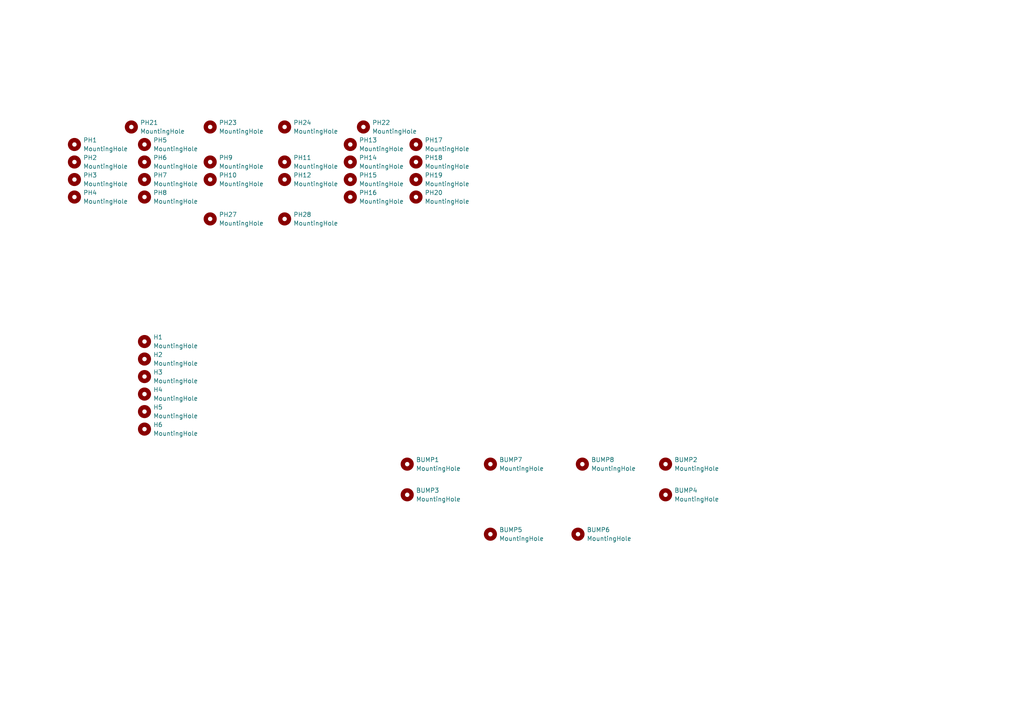
<source format=kicad_sch>
(kicad_sch (version 20231120) (generator "eeschema") (generator_version "8.0")
  (paper "A4")
  (title_block (title "katori") (date "2023-09-01") (rev "0.2") (company "grassfedreeve"))
  (lib_symbols
    (symbol "Mechanical:MountingHole" (pin_names (offset 1.016)) (exclude_from_sim yes) (in_bom no)
      (property "Reference" "H" (at 0 5.08 0))
      (property "Value" "MountingHole" (at 0 3.175 0))
      (symbol "MountingHole_0_1"
        (circle (center 0 0) (radius 1.27) (stroke (width 1.27)))
      )
    )
  )
  (symbol (lib_id "Mechanical:MountingHole") (at 82.55 63.5 0) (unit 1) (exclude_from_sim yes) (in_bom no)
    (property "Reference" "PH28" (at 85.09 62.2299 0) (effects (justify left)))
    (property "Value" "MountingHole" (at 85.09 64.7699 0) (effects (justify left)))
    (property "Footprint" "MountingHole:MountingHole_2.2mm_M2" (effects (hide yes)))
    (property "Description" "Mounting Hole without connection" (effects (hide yes)))
  )
  (symbol (lib_id "Mechanical:MountingHole") (at 105.41 36.83 0) (unit 1) (exclude_from_sim yes) (in_bom no)
    (property "Reference" "PH22" (at 107.95 35.5599 0) (effects (justify left)))
    (property "Value" "MountingHole" (at 107.95 38.0999 0) (effects (justify left)))
    (property "Footprint" "MountingHole:MountingHole_2.2mm_M2" (effects (hide yes)))
    (property "Description" "Mounting Hole without connection" (effects (hide yes)))
  )
  (symbol (lib_id "Mechanical:MountingHole") (at 82.55 36.83 0) (unit 1) (exclude_from_sim yes) (in_bom no)
    (property "Reference" "PH24" (at 85.09 35.5599 0) (effects (justify left)))
    (property "Value" "MountingHole" (at 85.09 38.0999 0) (effects (justify left)))
    (property "Footprint" "MountingHole:MountingHole_2.2mm_M2" (effects (hide yes)))
    (property "Description" "Mounting Hole without connection" (effects (hide yes)))
  )
  (symbol (lib_id "Mechanical:MountingHole") (at 167.64 154.94 0) (unit 1)
    (property "Reference" "BUMP6" (at 170.18 153.6699 0) (effects (justify left)))
    (property "Value" "MountingHole" (at 170.18 156.2099 0) (effects (justify left)))
    (property "Footprint" "katori:Bumpon" (effects (hide yes)))
    (property "Description" "Mounting Hole without connection" (effects (hide yes)))
  )
  (symbol (lib_id "Mechanical:MountingHole") (at 120.65 46.99 0) (unit 1) (exclude_from_sim yes) (in_bom no)
    (property "Reference" "PH18" (at 123.19 45.7199 0) (effects (justify left)))
    (property "Value" "MountingHole" (at 123.19 48.2599 0) (effects (justify left)))
    (property "Footprint" "MountingHole:MountingHole_2.2mm_M2" (effects (hide yes)))
    (property "Description" "Mounting Hole without connection" (effects (hide yes)))
  )
  (symbol (lib_id "Mechanical:MountingHole") (at 38.1 36.83 0) (unit 1) (exclude_from_sim yes) (in_bom no)
    (property "Reference" "PH21" (at 40.64 35.5599 0) (effects (justify left)))
    (property "Value" "MountingHole" (at 40.64 38.0999 0) (effects (justify left)))
    (property "Footprint" "MountingHole:MountingHole_2.2mm_M2" (effects (hide yes)))
    (property "Description" "Mounting Hole without connection" (effects (hide yes)))
  )
  (symbol (lib_id "Mechanical:MountingHole") (at 21.59 41.91 0) (unit 1) (exclude_from_sim yes) (in_bom no)
    (property "Reference" "PH1" (at 24.13 40.6399 0) (effects (justify left)))
    (property "Value" "MountingHole" (at 24.13 43.1799 0) (effects (justify left)))
    (property "Footprint" "MountingHole:MountingHole_2.2mm_M2" (effects (hide yes)))
    (property "Description" "Mounting Hole without connection" (effects (hide yes)))
  )
  (symbol (lib_id "Mechanical:MountingHole") (at 101.6 57.15 0) (unit 1) (exclude_from_sim yes) (in_bom no)
    (property "Reference" "PH16" (at 104.14 55.8799 0) (effects (justify left)))
    (property "Value" "MountingHole" (at 104.14 58.4199 0) (effects (justify left)))
    (property "Footprint" "MountingHole:MountingHole_2.2mm_M2" (effects (hide yes)))
    (property "Description" "Mounting Hole without connection" (effects (hide yes)))
  )
  (symbol (lib_id "Mechanical:MountingHole") (at 101.6 52.07 0) (unit 1) (exclude_from_sim yes) (in_bom no)
    (property "Reference" "PH15" (at 104.14 50.7999 0) (effects (justify left)))
    (property "Value" "MountingHole" (at 104.14 53.3399 0) (effects (justify left)))
    (property "Footprint" "MountingHole:MountingHole_2.2mm_M2" (effects (hide yes)))
    (property "Description" "Mounting Hole without connection" (effects (hide yes)))
  )
  (symbol (lib_id "Mechanical:MountingHole") (at 21.59 46.99 0) (unit 1) (exclude_from_sim yes) (in_bom no)
    (property "Reference" "PH2" (at 24.13 45.7199 0) (effects (justify left)))
    (property "Value" "MountingHole" (at 24.13 48.2599 0) (effects (justify left)))
    (property "Footprint" "MountingHole:MountingHole_2.2mm_M2" (effects (hide yes)))
    (property "Description" "Mounting Hole without connection" (effects (hide yes)))
  )
  (symbol (lib_id "Mechanical:MountingHole") (at 41.91 52.07 0) (unit 1) (exclude_from_sim yes) (in_bom no)
    (property "Reference" "PH7" (at 44.45 50.7999 0) (effects (justify left)))
    (property "Value" "MountingHole" (at 44.45 53.3399 0) (effects (justify left)))
    (property "Footprint" "MountingHole:MountingHole_2.2mm_M2" (effects (hide yes)))
    (property "Description" "Mounting Hole without connection" (effects (hide yes)))
  )
  (symbol (lib_id "Mechanical:MountingHole") (at 193.04 134.62 0) (unit 1)
    (property "Reference" "BUMP2" (at 195.58 133.3499 0) (effects (justify left)))
    (property "Value" "MountingHole" (at 195.58 135.8899 0) (effects (justify left)))
    (property "Footprint" "katori:Bumpon" (effects (hide yes)))
    (property "Description" "Mounting Hole without connection" (effects (hide yes)))
  )
  (symbol (lib_id "Mechanical:MountingHole") (at 118.11 134.62 0) (unit 1)
    (property "Reference" "BUMP1" (at 120.65 133.3499 0) (effects (justify left)))
    (property "Value" "MountingHole" (at 120.65 135.8899 0) (effects (justify left)))
    (property "Footprint" "katori:Bumpon" (effects (hide yes)))
    (property "Description" "Mounting Hole without connection" (effects (hide yes)))
  )
  (symbol (lib_id "Mechanical:MountingHole") (at 120.65 52.07 0) (unit 1) (exclude_from_sim yes) (in_bom no)
    (property "Reference" "PH19" (at 123.19 50.7999 0) (effects (justify left)))
    (property "Value" "MountingHole" (at 123.19 53.3399 0) (effects (justify left)))
    (property "Footprint" "MountingHole:MountingHole_2.2mm_M2" (effects (hide yes)))
    (property "Description" "Mounting Hole without connection" (effects (hide yes)))
  )
  (symbol (lib_id "Mechanical:MountingHole") (at 41.91 46.99 0) (unit 1) (exclude_from_sim yes) (in_bom no)
    (property "Reference" "PH6" (at 44.45 45.7199 0) (effects (justify left)))
    (property "Value" "MountingHole" (at 44.45 48.2599 0) (effects (justify left)))
    (property "Footprint" "MountingHole:MountingHole_2.2mm_M2" (effects (hide yes)))
    (property "Description" "Mounting Hole without connection" (effects (hide yes)))
  )
  (symbol (lib_id "Mechanical:MountingHole") (at 101.6 41.91 0) (unit 1) (exclude_from_sim yes) (in_bom no)
    (property "Reference" "PH13" (at 104.14 40.6399 0) (effects (justify left)))
    (property "Value" "MountingHole" (at 104.14 43.1799 0) (effects (justify left)))
    (property "Footprint" "MountingHole:MountingHole_2.2mm_M2" (effects (hide yes)))
    (property "Description" "Mounting Hole without connection" (effects (hide yes)))
  )
  (symbol (lib_id "Mechanical:MountingHole") (at 142.24 154.94 0) (unit 1)
    (property "Reference" "BUMP5" (at 144.78 153.6699 0) (effects (justify left)))
    (property "Value" "MountingHole" (at 144.78 156.2099 0) (effects (justify left)))
    (property "Footprint" "katori:Bumpon" (effects (hide yes)))
    (property "Description" "Mounting Hole without connection" (effects (hide yes)))
  )
  (symbol (lib_id "Mechanical:MountingHole") (at 41.91 99.06 0) (unit 1)
    (property "Reference" "H1" (at 44.45 97.7899 0) (effects (justify left)))
    (property "Value" "MountingHole" (at 44.45 100.3299 0) (effects (justify left)))
    (property "Footprint" "katori:MountingHole_3mm_Pad_NonPTH_TopOnly" (effects (hide yes)))
    (property "Description" "Mounting Hole without connection" (effects (hide yes)))
    (property "LCSC" "  C2915633" (effects (hide yes)))
  )
  (symbol (lib_id "Mechanical:MountingHole") (at 101.6 46.99 0) (unit 1) (exclude_from_sim yes) (in_bom no)
    (property "Reference" "PH14" (at 104.14 45.7199 0) (effects (justify left)))
    (property "Value" "MountingHole" (at 104.14 48.2599 0) (effects (justify left)))
    (property "Footprint" "MountingHole:MountingHole_2.2mm_M2" (effects (hide yes)))
    (property "Description" "Mounting Hole without connection" (effects (hide yes)))
  )
  (symbol (lib_id "Mechanical:MountingHole") (at 118.11 143.51 0) (unit 1)
    (property "Reference" "BUMP3" (at 120.65 142.2399 0) (effects (justify left)))
    (property "Value" "MountingHole" (at 120.65 144.7799 0) (effects (justify left)))
    (property "Footprint" "katori:Bumpon" (effects (hide yes)))
    (property "Description" "Mounting Hole without connection" (effects (hide yes)))
  )
  (symbol (lib_id "Mechanical:MountingHole") (at 193.04 143.51 0) (unit 1)
    (property "Reference" "BUMP4" (at 195.58 142.2399 0) (effects (justify left)))
    (property "Value" "MountingHole" (at 195.58 144.7799 0) (effects (justify left)))
    (property "Footprint" "katori:Bumpon" (effects (hide yes)))
    (property "Description" "Mounting Hole without connection" (effects (hide yes)))
  )
  (symbol (lib_id "Mechanical:MountingHole") (at 41.91 104.14 0) (unit 1)
    (property "Reference" "H2" (at 44.45 102.8699 0) (effects (justify left)))
    (property "Value" "MountingHole" (at 44.45 105.4099 0) (effects (justify left)))
    (property "Footprint" "katori:MountingHole_3mm_Pad_NonPTH_TopOnly" (effects (hide yes)))
    (property "Description" "Mounting Hole without connection" (effects (hide yes)))
    (property "LCSC" "  C2915633" (effects (hide yes)))
  )
  (symbol (lib_id "Mechanical:MountingHole") (at 82.55 52.07 0) (unit 1) (exclude_from_sim yes) (in_bom no)
    (property "Reference" "PH12" (at 85.09 50.7999 0) (effects (justify left)))
    (property "Value" "MountingHole" (at 85.09 53.3399 0) (effects (justify left)))
    (property "Footprint" "MountingHole:MountingHole_2.2mm_M2" (effects (hide yes)))
    (property "Description" "Mounting Hole without connection" (effects (hide yes)))
  )
  (symbol (lib_id "Mechanical:MountingHole") (at 82.55 46.99 0) (unit 1) (exclude_from_sim yes) (in_bom no)
    (property "Reference" "PH11" (at 85.09 45.7199 0) (effects (justify left)))
    (property "Value" "MountingHole" (at 85.09 48.2599 0) (effects (justify left)))
    (property "Footprint" "MountingHole:MountingHole_2.2mm_M2" (effects (hide yes)))
    (property "Description" "Mounting Hole without connection" (effects (hide yes)))
  )
  (symbol (lib_id "Mechanical:MountingHole") (at 60.96 46.99 0) (unit 1) (exclude_from_sim yes) (in_bom no)
    (property "Reference" "PH9" (at 63.5 45.7199 0) (effects (justify left)))
    (property "Value" "MountingHole" (at 63.5 48.2599 0) (effects (justify left)))
    (property "Footprint" "MountingHole:MountingHole_2.2mm_M2" (effects (hide yes)))
    (property "Description" "Mounting Hole without connection" (effects (hide yes)))
  )
  (symbol (lib_id "Mechanical:MountingHole") (at 60.96 36.83 0) (unit 1) (exclude_from_sim yes) (in_bom no)
    (property "Reference" "PH23" (at 63.5 35.5599 0) (effects (justify left)))
    (property "Value" "MountingHole" (at 63.5 38.0999 0) (effects (justify left)))
    (property "Footprint" "MountingHole:MountingHole_2.2mm_M2" (effects (hide yes)))
    (property "Description" "Mounting Hole without connection" (effects (hide yes)))
  )
  (symbol (lib_id "Mechanical:MountingHole") (at 41.91 109.22 0) (unit 1)
    (property "Reference" "H3" (at 44.45 107.9499 0) (effects (justify left)))
    (property "Value" "MountingHole" (at 44.45 110.4899 0) (effects (justify left)))
    (property "Footprint" "katori:MountingHole_3mm_Pad_NonPTH_TopOnly" (effects (hide yes)))
    (property "Description" "Mounting Hole without connection" (effects (hide yes)))
    (property "LCSC" "  C2915633" (effects (hide yes)))
  )
  (symbol (lib_id "Mechanical:MountingHole") (at 21.59 52.07 0) (unit 1) (exclude_from_sim yes) (in_bom no)
    (property "Reference" "PH3" (at 24.13 50.7999 0) (effects (justify left)))
    (property "Value" "MountingHole" (at 24.13 53.3399 0) (effects (justify left)))
    (property "Footprint" "MountingHole:MountingHole_2.2mm_M2" (effects (hide yes)))
    (property "Description" "Mounting Hole without connection" (effects (hide yes)))
  )
  (symbol (lib_id "Mechanical:MountingHole") (at 41.91 41.91 0) (unit 1) (exclude_from_sim yes) (in_bom no)
    (property "Reference" "PH5" (at 44.45 40.6399 0) (effects (justify left)))
    (property "Value" "MountingHole" (at 44.45 43.1799 0) (effects (justify left)))
    (property "Footprint" "MountingHole:MountingHole_2.2mm_M2" (effects (hide yes)))
    (property "Description" "Mounting Hole without connection" (effects (hide yes)))
  )
  (symbol (lib_id "Mechanical:MountingHole") (at 168.91 134.62 0) (unit 1)
    (property "Reference" "BUMP8" (at 171.45 133.3499 0) (effects (justify left)))
    (property "Value" "MountingHole" (at 171.45 135.8899 0) (effects (justify left)))
    (property "Footprint" "katori:Bumpon" (effects (hide yes)))
    (property "Description" "Mounting Hole without connection" (effects (hide yes)))
  )
  (symbol (lib_id "Mechanical:MountingHole") (at 41.91 119.38 0) (unit 1)
    (property "Reference" "H5" (at 44.45 118.1099 0) (effects (justify left)))
    (property "Value" "MountingHole" (at 44.45 120.6499 0) (effects (justify left)))
    (property "Footprint" "katori:MountingHole_3mm_Pad_NonPTH_TopOnly" (effects (hide yes)))
    (property "Description" "Mounting Hole without connection" (effects (hide yes)))
    (property "LCSC" "  C2915633" (effects (hide yes)))
  )
  (symbol (lib_id "Mechanical:MountingHole") (at 41.91 124.46 0) (unit 1)
    (property "Reference" "H6" (at 44.45 123.1899 0) (effects (justify left)))
    (property "Value" "MountingHole" (at 44.45 125.7299 0) (effects (justify left)))
    (property "Footprint" "katori:MountingHole_3mm_Pad_NonPTH_TopOnly" (effects (hide yes)))
    (property "Description" "Mounting Hole without connection" (effects (hide yes)))
    (property "LCSC" "  C2915633" (effects (hide yes)))
  )
  (symbol (lib_id "Mechanical:MountingHole") (at 41.91 114.3 0) (unit 1)
    (property "Reference" "H4" (at 44.45 113.0299 0) (effects (justify left)))
    (property "Value" "MountingHole" (at 44.45 115.5699 0) (effects (justify left)))
    (property "Footprint" "katori:MountingHole_3mm_Pad_NonPTH_TopOnly" (effects (hide yes)))
    (property "Description" "Mounting Hole without connection" (effects (hide yes)))
    (property "LCSC" "  C2915633" (effects (hide yes)))
  )
  (symbol (lib_id "Mechanical:MountingHole") (at 120.65 41.91 0) (unit 1) (exclude_from_sim yes) (in_bom no)
    (property "Reference" "PH17" (at 123.19 40.6399 0) (effects (justify left)))
    (property "Value" "MountingHole" (at 123.19 43.1799 0) (effects (justify left)))
    (property "Footprint" "MountingHole:MountingHole_2.2mm_M2" (effects (hide yes)))
    (property "Description" "Mounting Hole without connection" (effects (hide yes)))
  )
  (symbol (lib_id "Mechanical:MountingHole") (at 120.65 57.15 0) (unit 1) (exclude_from_sim yes) (in_bom no)
    (property "Reference" "PH20" (at 123.19 55.8799 0) (effects (justify left)))
    (property "Value" "MountingHole" (at 123.19 58.4199 0) (effects (justify left)))
    (property "Footprint" "MountingHole:MountingHole_2.2mm_M2" (effects (hide yes)))
    (property "Description" "Mounting Hole without connection" (effects (hide yes)))
  )
  (symbol (lib_id "Mechanical:MountingHole") (at 60.96 52.07 0) (unit 1) (exclude_from_sim yes) (in_bom no)
    (property "Reference" "PH10" (at 63.5 50.7999 0) (effects (justify left)))
    (property "Value" "MountingHole" (at 63.5 53.3399 0) (effects (justify left)))
    (property "Footprint" "MountingHole:MountingHole_2.2mm_M2" (effects (hide yes)))
    (property "Description" "Mounting Hole without connection" (effects (hide yes)))
  )
  (symbol (lib_id "Mechanical:MountingHole") (at 41.91 57.15 0) (unit 1) (exclude_from_sim yes) (in_bom no)
    (property "Reference" "PH8" (at 44.45 55.8799 0) (effects (justify left)))
    (property "Value" "MountingHole" (at 44.45 58.4199 0) (effects (justify left)))
    (property "Footprint" "MountingHole:MountingHole_2.2mm_M2" (effects (hide yes)))
    (property "Description" "Mounting Hole without connection" (effects (hide yes)))
  )
  (symbol (lib_id "Mechanical:MountingHole") (at 142.24 134.62 0) (unit 1) (exclude_from_sim yes)
    (property "Reference" "BUMP7" (at 144.78 133.3499 0) (effects (justify left)))
    (property "Value" "MountingHole" (at 144.78 135.8899 0) (effects (justify left)))
    (property "Footprint" "katori:Bumpon" (effects (hide yes)))
    (property "Description" "Mounting Hole without connection" (effects (hide yes)))
  )
  (symbol (lib_id "Mechanical:MountingHole") (at 21.59 57.15 0) (unit 1) (exclude_from_sim yes) (in_bom no)
    (property "Reference" "PH4" (at 24.13 55.8799 0) (effects (justify left)))
    (property "Value" "MountingHole" (at 24.13 58.4199 0) (effects (justify left)))
    (property "Footprint" "MountingHole:MountingHole_2.2mm_M2" (effects (hide yes)))
    (property "Description" "Mounting Hole without connection" (effects (hide yes)))
  )
  (symbol (lib_id "Mechanical:MountingHole") (at 60.96 63.5 0) (unit 1) (exclude_from_sim yes) (in_bom no)
    (property "Reference" "PH27" (at 63.5 62.2299 0) (effects (justify left)))
    (property "Value" "MountingHole" (at 63.5 64.7699 0) (effects (justify left)))
    (property "Footprint" "MountingHole:MountingHole_2.2mm_M2" (effects (hide yes)))
    (property "Description" "Mounting Hole without connection" (effects (hide yes)))
  )
)
</source>
